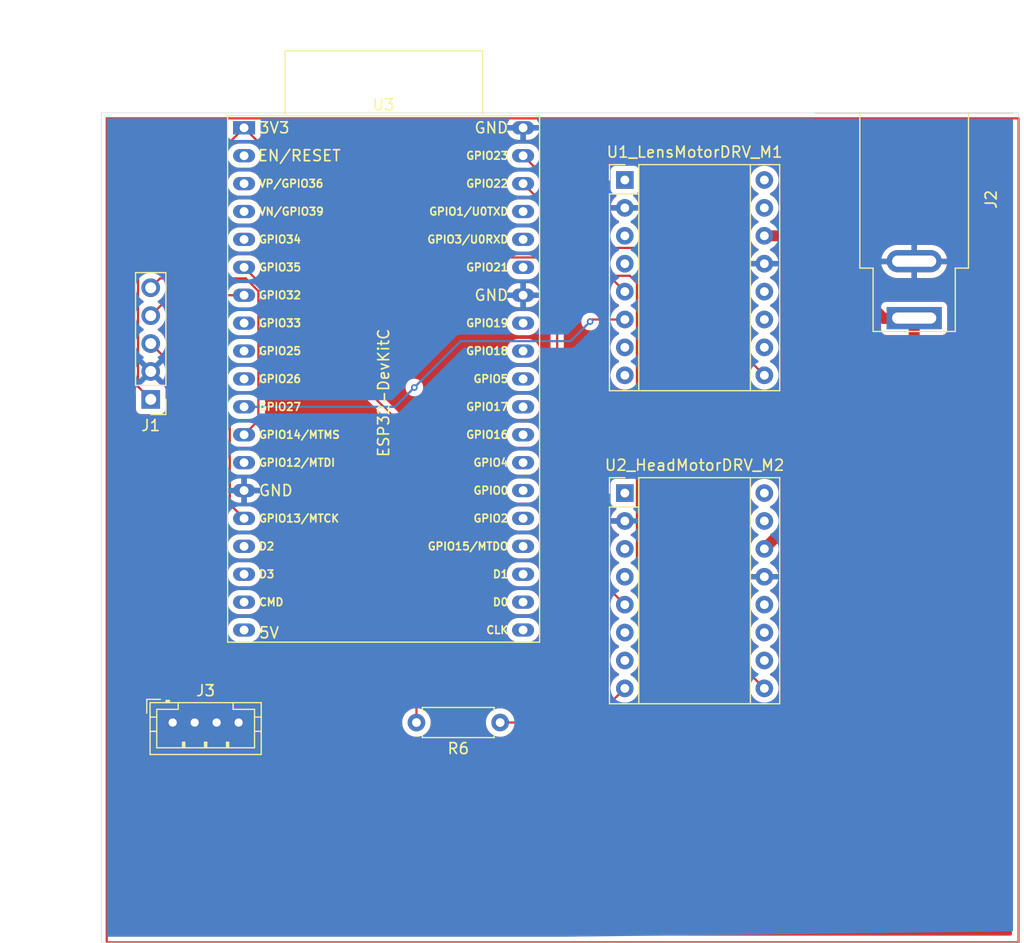
<source format=kicad_pcb>
(kicad_pcb (version 20241229) (generator "pcbnew") (generator_version "9.0")
  (layers (0 "F.Cu" signal) (2 "B.Cu" signal) (13 "F.Paste" user) (15 "B.Paste" user) (5 "F.SilkS" user "F.Silkscreen") (7 "B.SilkS" user "B.Silkscreen") (1 "F.Mask" user) (3 "B.Mask" user) (25 "Edge.Cuts" user))
  (net 0 "")
  (net 1 "Net-(J1-STB)")
  (net 3 "+3V3")
  (net 4 "Net-(J1-DIO)")
  (net 7 "GND")
  (net 13 "Net-(J1-CLK)")
  (net 14 "/M2_CS_GPIO34")
  (net 15 "Net-(U2_HeadMotorDRV_M2-CS)")
  (net 16 "/LCD_SCL_GPIO22")
  (net 19 "/M1_FAULT_GPIO23")
  (net 20 "Net-(U1_LensMotorDRV_M1-VREF)")
  (net 23 "Net-(U1_LensMotorDRV_M1-EN{slash}IN1)")
  (net 24 "Net-(U1_LensMotorDRV_M1-PH{slash}IN2)")
  (net 29 "/LCD_SCA_GPIO21")
  (net 32 "+24V")
  (net 34 "Net-(M1_LensMotor1-+)")
  (net 36 "Net-(M1_LensMotor1--)")
  (net 37 "Net-(U1_LensMotorDRV_M1-CS)")
  (net 38 "Net-(U2_HeadMotorDRV_M2-EN{slash}IN1)")
  (net 40 "/M2_FAULT_GPIO27")
  (net 41 "Net-(U2_HeadMotorDRV_M2-PH{slash}IN2)")
  (net 42 "Net-(M2_HeadMotor1-+)")
  (net 43 "Net-(M2_HeadMotor1--)")
  (net 44 "Net-(U2_HeadMotorDRV_M2-VREF)")
  (net 45 "/M1_CS_GPIO35")
  (net 46 "Net-(SW4-A)")
  (net 47 "Net-(SW1-A)")
  (net 48 "Net-(SW2-A)")
  (net 49 "+5V")
  (net 50 "Net-(BZ1-+)")
  (net 51 "Net-(SW3-A)")
  (footprint "PCM_Espressif:ESP32-DevKitC" (layer "F.Cu") (at 115 67.36)
    (property "Reference" "U3" (at 12.7 -2.1 0) (layer "F.SilkS"))
    (property "Value" "ESP32-DevKitC" (at 12.7 24.13 90) (layer "F.SilkS"))
    (fp_line (start -1.5 46.82) (end 26.899999 46.82) (stroke (width 0.12)) (layer "F.SilkS"))
    (fp_line (start -1.499999 -1.1) (end -1.5 46.82) (stroke (width 0.12)) (layer "F.SilkS"))
    (fp_line (start 3.73012 -7.01312) (end 21.71332 -7.01312) (stroke (width 0.12)) (layer "F.SilkS"))
    (fp_line (start 3.73012 -1.12032) (end 3.73012 -7.01312) (stroke (width 0.12)) (layer "F.SilkS"))
    (fp_line (start 21.71332 -7.01312) (end 21.71332 -1.12032) (stroke (width 0.12)) (layer "F.SilkS"))
    (fp_line (start 26.899999 46.82) (end 26.9 -1.1) (stroke (width 0.12)) (layer "F.SilkS"))
    (fp_line (start 26.9 -1.1) (end -1.499999 -1.1) (stroke (width 0.12)) (layer "F.SilkS"))
    (fp_text user "GPIO0" (at 24.13 33.02 0) (layer "F.SilkS") (effects (font (size 0.7 0.7)) (justify right)))
    (fp_text user "GPIO21" (at 24.13 12.7 0) (layer "F.SilkS") (effects (font (size 0.7 0.7)) (justify right)))
    (fp_text user "5V" (at 1.26632 45.97128 0) (layer "F.SilkS") (effects (justify left)))
    (fp_text user "3V3" (at 1.27 0 0) (layer "F.SilkS") (effects (justify left)))
    (fp_text user "GPIO15/MTDO" (at 24.13 38.1 0) (layer "F.SilkS") (effects (font (size 0.7 0.7)) (justify right)))
    (fp_text user "GPIO32" (at 1.27 15.24 0) (layer "F.SilkS") (effects (font (size 0.7 0.7)) (justify left)))
    (fp_text user "GPIO3/U0RXD" (at 24.13 10.16 0) (layer "F.SilkS") (effects (font (size 0.7 0.7)) (justify right)))
    (fp_text user "GPIO27" (at 1.27 25.4 0) (layer "F.SilkS") (effects (font (size 0.7 0.7)) (justify left)))
    (fp_text user "D3" (at 1.27 40.64 0) (layer "F.SilkS") (effects (font (size 0.7 0.7)) (justify left)))
    (fp_text user "GPIO33" (at 1.27 17.78 0) (layer "F.SilkS") (effects (font (size 0.7 0.7)) (justify left)))
    (fp_text user "GPIO18" (at 24.13 20.32 0) (layer "F.SilkS") (effects (font (size 0.7 0.7)) (justify right)))
    (fp_text user "GND" (at 24.13 15.24 0) (layer "F.SilkS") (effects (justify right)))
    (fp_text user "GPIO22" (at 24.13 5.08 0) (layer "F.SilkS") (effects (font (size 0.7 0.7)) (justify right)))
    (fp_text user "VN/GPIO39" (at 1.27 7.62 0) (layer "F.SilkS") (effects (font (size 0.7 0.7)) (justify left)))
    (fp_text user "GPIO1/U0TXD" (at 24.13 7.62 0) (layer "F.SilkS") (effects (font (size 0.7 0.7)) (justify right)))
    (fp_text user "GPIO14/MTMS" (at 1.27 27.94 0) (layer "F.SilkS") (effects (font (size 0.7 0.7)) (justify left)))
    (fp_text user "GPIO34" (at 1.27 10.16 0) (layer "F.SilkS") (effects (font (size 0.7 0.7)) (justify left)))
    (fp_text user "EN/RESET" (at 8.88632 2.53728 0) (layer "F.SilkS") (effects (justify right)))
    (fp_text user "GPIO12/MTDI" (at 1.27 30.48 0) (layer "F.SilkS") (effects (font (size 0.7 0.7)) (justify left)))
    (fp_text user "CMD" (at 1.27 43.18 0) (layer "F.SilkS") (effects (font (size 0.7 0.7)) (justify left)))
    (fp_text user "D2" (at 1.27 38.1 0) (layer "F.SilkS") (effects (font (size 0.7 0.7)) (justify left)))
    (fp_text user "GPIO5" (at 24.13 22.86 0) (layer "F.SilkS") (effects (font (size 0.7 0.7)) (justify right)))
    (fp_text user "GPIO2" (at 24.13 35.56 0) (layer "F.SilkS") (effects (font (size 0.7 0.7)) (justify right)))
    (fp_text user "GND" (at 1.27 33.02 0) (layer "F.SilkS") (effects (justify left)))
    (fp_text user "D0" (at 24.13 43.18 0) (layer "F.SilkS") (effects (font (size 0.7 0.7)) (justify right)))
    (fp_text user "GPIO4" (at 24.13 30.48 0) (layer "F.SilkS") (effects (font (size 0.7 0.7)) (justify right)))
    (fp_text user "GPIO17" (at 24.13 25.4 0) (layer "F.SilkS") (effects (font (size 0.7 0.7)) (justify right)))
    (fp_text user "GND" (at 24.13 0 0) (layer "F.SilkS") (effects (justify right)))
    (fp_text user "GPIO19" (at 24.13 17.78 0) (layer "F.SilkS") (effects (font (size 0.7 0.7)) (justify right)))
    (fp_text user "D1" (at 24.13 40.64 0) (layer "F.SilkS") (effects (font (size 0.7 0.7)) (justify right)))
    (fp_text user "GPIO26" (at 1.27 22.86 0) (layer "F.SilkS") (effects (font (size 0.7 0.7)) (justify left)))
    (fp_text user "CLK" (at 24.13 45.72 0) (layer "F.SilkS") (effects (font (size 0.7 0.7)) (justify right)))
    (fp_text user "GPIO13/MTCK" (at 1.27 35.56 0) (layer "F.SilkS") (effects (font (size 0.7 0.7)) (justify left)))
    (fp_text user "GPIO16" (at 24.13 27.94 0) (layer "F.SilkS") (effects (font (size 0.7 0.7)) (justify right)))
    (fp_text user "GPIO35" (at 1.27 12.7 0) (layer "F.SilkS") (effects (font (size 0.7 0.7)) (justify left)))
    (fp_text user "VP/GPIO36" (at 1.27 5.08 0) (layer "F.SilkS") (effects (font (size 0.7 0.7)) (justify left)))
    (fp_text user "GPIO23" (at 24.13 2.54 0) (layer "F.SilkS") (effects (font (size 0.7 0.7)) (justify right)))
    (fp_text user "GPIO25" (at 1.27 20.32 0) (layer "F.SilkS") (effects (font (size 0.7 0.7)) (justify left)))
    (pad "1" thru_hole rect (at 0 0 270) (size 1.2 2) (drill 0.8) (layers "*.Cu" "*.Mask") (net 3 "+3V3"))
    (pad "2" thru_hole oval (at 0 2.54 270) (size 1.2 2) (drill 0.8) (layers "*.Cu" "*.Mask"))
    (pad "3" thru_hole oval (at 0 5.08 270) (size 1.2 2) (drill 0.8) (layers "*.Cu" "*.Mask"))
    (pad "4" thru_hole oval (at 0 7.62 270) (size 1.2 2) (drill 0.8) (layers "*.Cu" "*.Mask"))
    (pad "5" thru_hole oval (at 0 10.16 270) (size 1.2 2) (drill 0.8) (layers "*.Cu" "*.Mask") (net 45 "/M1_CS_GPIO35"))
    (pad "6" thru_hole oval (at 0 12.7 270) (size 1.2 2) (drill 0.8) (layers "*.Cu" "*.Mask") (net 14 "/M2_CS_GPIO34"))
    (pad "7" thru_hole oval (at 0 15.24 270) (size 1.2 2) (drill 0.8) (layers "*.Cu" "*.Mask") (net 13 "Net-(J1-CLK)"))
    (pad "8" thru_hole oval (at 0 17.78 270) (size 1.2 2) (drill 0.8) (layers "*.Cu" "*.Mask"))
    (pad "9" thru_hole oval (at 0 20.32 270) (size 1.2 2) (drill 0.8) (layers "*.Cu" "*.Mask") (net 47 "Net-(SW1-A)"))
    (pad "10" thru_hole oval (at 0 22.86 270) (size 1.2 2) (drill 0.8) (layers "*.Cu" "*.Mask") (net 48 "Net-(SW2-A)"))
    (pad "11" thru_hole oval (at 0 25.4 270) (size 1.2 2) (drill 0.8) (layers "*.Cu" "*.Mask") (net 40 "/M2_FAULT_GPIO27"))
    (pad "12" thru_hole oval (at 0 27.94 270) (size 1.2 2) (drill 0.8) (layers "*.Cu" "*.Mask") (net 4 "Net-(J1-DIO)"))
    (pad "13" thru_hole oval (at 0 30.48 270) (size 1.2 2) (drill 0.8) (layers "*.Cu" "*.Mask"))
    (pad "14" thru_hole oval (at 0 33.02 270) (size 1.2 2) (drill 0.8) (layers "*.Cu" "*.Mask") (net 7 "GND"))
    (pad "15" thru_hole oval (at 0 35.56 270) (size 1.2 2) (drill 0.8) (layers "*.Cu" "*.Mask") (net 1 "Net-(J1-STB)"))
    (pad "16" thru_hole oval (at 0 38.1 270) (size 1.2 2) (drill 0.8) (layers "*.Cu" "*.Mask"))
    (pad "17" thru_hole oval (at 0 40.64 270) (size 1.2 2) (drill 0.8) (layers "*.Cu" "*.Mask"))
    (pad "18" thru_hole oval (at 0 43.18 270) (size 1.2 2) (drill 0.8) (layers "*.Cu" "*.Mask"))
    (pad "19" thru_hole oval (at 0 45.72 270) (size 1.2 2) (drill 0.8) (layers "*.Cu" "*.Mask") (net 49 "+5V"))
    (pad "20" thru_hole oval (at 25.39632 45.71728 270) (size 1.2 2) (drill 0.8) (layers "*.Cu" "*.Mask"))
    (pad "21" thru_hole oval (at 25.39632 43.17728 270) (size 1.2 2) (drill 0.8) (layers "*.Cu" "*.Mask"))
    (pad "22" thru_hole oval (at 25.4 40.64 270) (size 1.2 2) (drill 0.8) (layers "*.Cu" "*.Mask"))
    (pad "23" thru_hole oval (at 25.4 38.1 270) (size 1.2 2) (drill 0.8) (layers "*.Cu" "*.Mask"))
    (pad "24" thru_hole oval (at 25.4 35.56 270) (size 1.2 2) (drill 0.8) (layers "*.Cu" "*.Mask"))
    (pad "25" thru_hole oval (at 25.4 33.02 270) (size 1.2 2) (drill 0.8) (layers "*.Cu" "*.Mask"))
    (pad "26" thru_hole oval (at 25.4 30.48 270) (size 1.2 2) (drill 0.8) (layers "*.Cu" "*.Mask"))
    (pad "27" thru_hole oval (at 25.4 27.94 270) (size 1.2 2) (drill 0.8) (layers "*.Cu" "*.Mask") (net 50 "Net-(BZ1-+)"))
    (pad "28" thru_hole oval (at 25.4 25.4 270) (size 1.2 2) (drill 0.8) (layers "*.Cu" "*.Mask"))
    (pad "29" thru_hole oval (at 25.4 22.86 270) (size 1.2 2) (drill 0.8) (layers "*.Cu" "*.Mask"))
    (pad "30" thru_hole oval (at 25.4 20.32 270) (size 1.2 2) (drill 0.8) (layers "*.Cu" "*.Mask") (net 51 "Net-(SW3-A)"))
    (pad "31" thru_hole oval (at 25.4 17.78 270) (size 1.2 2) (drill 0.8) (layers "*.Cu" "*.Mask") (net 46 "Net-(SW4-A)"))
    (pad "32" thru_hole oval (at 25.4 15.24 270) (size 1.2 2) (drill 0.8) (layers "*.Cu" "*.Mask") (net 7 "GND"))
    (pad "33" thru_hole oval (at 25.4 12.7 270) (size 1.2 2) (drill 0.8) (layers "*.Cu" "*.Mask") (net 29 "/LCD_SCA_GPIO21"))
    (pad "34" thru_hole oval (at 25.4 10.16 270) (size 1.2 2) (drill 0.8) (layers "*.Cu" "*.Mask"))
    (pad "35" thru_hole oval (at 25.4 7.62 270) (size 1.2 2) (drill 0.8) (layers "*.Cu" "*.Mask"))
    (pad "36" thru_hole oval (at 25.4 5.08 270) (size 1.2 2) (drill 0.8) (layers "*.Cu" "*.Mask") (net 16 "/LCD_SCL_GPIO22"))
    (pad "37" thru_hole oval (at 25.4 2.54 270) (size 1.2 2) (drill 0.8) (layers "*.Cu" "*.Mask") (net 19 "/M1_FAULT_GPIO23"))
    (pad "38" thru_hole oval (at 25.4 0 270) (size 1.2 2) (drill 0.8) (layers "*.Cu" "*.Mask") (net 7 "GND"))
  )
  (footprint "Connector_JST:JST_PH_B4B-PH-K_1x04_P2.00mm_Vertical" (layer "F.Cu") (at 108.5 121.5)
    (property "Reference" "J3" (at 3 -2.9 0) (layer "F.SilkS"))
    (property "Value" "Grove LCD 4 Pin I2C")
    (fp_line (start -2.36 -2.11) (end -2.36 -0.86) (stroke (width 0.12)) (layer "F.SilkS"))
    (fp_line (start -2.06 -1.81) (end -2.06 2.91) (stroke (width 0.12)) (layer "F.SilkS"))
    (fp_line (start -2.06 -0.5) (end -1.45 -0.5) (stroke (width 0.12)) (layer "F.SilkS"))
    (fp_line (start -2.06 0.8) (end -1.45 0.8) (stroke (width 0.12)) (layer "F.SilkS"))
    (fp_line (start -2.06 2.91) (end 8.06 2.91) (stroke (width 0.12)) (layer "F.SilkS"))
    (fp_line (start -1.45 -1.2) (end -1.45 2.3) (stroke (width 0.12)) (layer "F.SilkS"))
    (fp_line (start -1.45 2.3) (end 7.45 2.3) (stroke (width 0.12)) (layer "F.SilkS"))
    (fp_line (start -1.11 -2.11) (end -2.36 -2.11) (stroke (width 0.12)) (layer "F.SilkS"))
    (fp_line (start -0.6 -2.01) (end -0.6 -1.81) (stroke (width 0.12)) (layer "F.SilkS"))
    (fp_line (start -0.3 -2.01) (end -0.6 -2.01) (stroke (width 0.12)) (layer "F.SilkS"))
    (fp_line (start -0.3 -1.91) (end -0.6 -1.91) (stroke (width 0.12)) (layer "F.SilkS"))
    (fp_line (start -0.3 -1.81) (end -0.3 -2.01) (stroke (width 0.12)) (layer "F.SilkS"))
    (fp_line (start 0.5 -1.81) (end 0.5 -1.2) (stroke (width 0.12)) (layer "F.SilkS"))
    (fp_line (start 0.5 -1.2) (end -1.45 -1.2) (stroke (width 0.12)) (layer "F.SilkS"))
    (fp_line (start 0.9 1.8) (end 1.1 1.8) (stroke (width 0.12)) (layer "F.SilkS"))
    (fp_line (start 0.9 2.3) (end 0.9 1.8) (stroke (width 0.12)) (layer "F.SilkS"))
    (fp_line (start 1 2.3) (end 1 1.8) (stroke (width 0.12)) (layer "F.SilkS"))
    (fp_line (start 1.1 1.8) (end 1.1 2.3) (stroke (width 0.12)) (layer "F.SilkS"))
    (fp_line (start 2.9 1.8) (end 3.1 1.8) (stroke (width 0.12)) (layer "F.SilkS"))
    (fp_line (start 2.9 2.3) (end 2.9 1.8) (stroke (width 0.12)) (layer "F.SilkS"))
    (fp_line (start 3 2.3) (end 3 1.8) (stroke (width 0.12)) (layer "F.SilkS"))
    (fp_line (start 3.1 1.8) (end 3.1 2.3) (stroke (width 0.12)) (layer "F.SilkS"))
    (fp_line (start 4.9 1.8) (end 5.1 1.8) (stroke (width 0.12)) (layer "F.SilkS"))
    (fp_line (start 4.9 2.3) (end 4.9 1.8) (stroke (width 0.12)) (layer "F.SilkS"))
    (fp_line (start 5 2.3) (end 5 1.8) (stroke (width 0.12)) (layer "F.SilkS"))
    (fp_line (start 5.1 1.8) (end 5.1 2.3) (stroke (width 0.12)) (layer "F.SilkS"))
    (fp_line (start 5.5 -1.2) (end 5.5 -1.81) (stroke (width 0.12)) (layer "F.SilkS"))
    (fp_line (start 7.45 -1.2) (end 5.5 -1.2) (stroke (width 0.12)) (layer "F.SilkS"))
    (fp_line (start 7.45 2.3) (end 7.45 -1.2) (stroke (width 0.12)) (layer "F.SilkS"))
    (fp_line (start 8.06 -1.81) (end -2.06 -1.81) (stroke (width 0.12)) (layer "F.SilkS"))
    (fp_line (start 8.06 -0.5) (end 7.45 -0.5) (stroke (width 0.12)) (layer "F.SilkS"))
    (fp_line (start 8.06 0.8) (end 7.45 0.8) (stroke (width 0.12)) (layer "F.SilkS"))
    (fp_line (start 8.06 2.91) (end 8.06 -1.81) (stroke (width 0.12)) (layer "F.SilkS"))
    (pad "1" thru_hole roundrect (at 0 0) (size 1.2 1.75) (drill 0.75) (layers "*.Cu" "*.Mask") (roundrect_rratio 0.208333) (net 16 "/LCD_SCL_GPIO22"))
    (pad "2" thru_hole oval (at 2 0) (size 1.2 1.75) (drill 0.75) (layers "*.Cu" "*.Mask") (net 29 "/LCD_SCA_GPIO21"))
    (pad "3" thru_hole oval (at 4 0) (size 1.2 1.75) (drill 0.75) (layers "*.Cu" "*.Mask") (net 49 "+5V"))
    (pad "4" thru_hole oval (at 6 0) (size 1.2 1.75) (drill 0.75) (layers "*.Cu" "*.Mask") (net 7 "GND"))
  )
  (footprint "Resistor_THT:R_Axial_DIN0207_L6.3mm_D2.5mm_P7.62mm_Horizontal" (layer "F.Cu") (at 138.31 121.5 180)
    (property "Reference" "R6" (at 3.81 -2.37 0) (layer "F.SilkS"))
    (property "Value" "1k")
    (fp_line (start 7.08 1.37) (end 7.08 1.04) (stroke (width 0.12)) (layer "F.SilkS"))
    (fp_line (start 7.08 -1.37) (end 7.08 -1.04) (stroke (width 0.12)) (layer "F.SilkS"))
    (fp_line (start 0.54 1.37) (end 7.08 1.37) (stroke (width 0.12)) (layer "F.SilkS"))
    (fp_line (start 0.54 1.04) (end 0.54 1.37) (stroke (width 0.12)) (layer "F.SilkS"))
    (fp_line (start 0.54 -1.04) (end 0.54 -1.37) (stroke (width 0.12)) (layer "F.SilkS"))
    (fp_line (start 0.54 -1.37) (end 7.08 -1.37) (stroke (width 0.12)) (layer "F.SilkS"))
    (pad "1" thru_hole circle (at 0 0 180) (size 1.6 1.6) (drill 0.8) (layers "*.Cu" "*.Mask") (net 15 "Net-(U2_HeadMotorDRV_M2-CS)"))
    (pad "2" thru_hole circle (at 7.62 0 180) (size 1.6 1.6) (drill 0.8) (layers "*.Cu" "*.Mask") (net 14 "/M2_CS_GPIO34"))
  )
  (footprint "Connector_BarrelJack:BarrelJack_SwitchcraftConxall_RAPC10U_Horizontal" (layer "F.Cu") (at 176 84.68 -90)
    (property "Reference" "J2" (at -10.8 -7 90) (layer "F.SilkS"))
    (property "Value" "Barrel_Jack")
    (fp_line (start -18.55 4.945) (end -4.55 4.945) (stroke (width 0.12)) (layer "F.SilkS"))
    (fp_line (start -4.55 4.945) (end -4.55 3.74) (stroke (width 0.12)) (layer "F.SilkS"))
    (fp_line (start -4.55 3.74) (end 1.22 3.74) (stroke (width 0.12)) (layer "F.SilkS"))
    (fp_line (start 1.22 3.74) (end 1.22 -3.74) (stroke (width 0.12)) (layer "F.SilkS"))
    (fp_line (start -4.55 -3.74) (end -4.55 -4.945) (stroke (width 0.12)) (layer "F.SilkS"))
    (fp_line (start 1.22 -3.74) (end -4.55 -3.74) (stroke (width 0.12)) (layer "F.SilkS"))
    (fp_line (start -4.55 -4.945) (end -18.55 -4.945) (stroke (width 0.12)) (layer "F.SilkS"))
    (fp_line (start -18.67 -9) (end -18.67 9) (stroke (width 0.12)) (layer "Edge.Cuts"))
    (pad "1" thru_hole rect (at 0 0 270) (size 2.02 5.02) (drill oval 1.02 4.02) (layers "*.Cu" "*.Mask") (net 32 "+24V"))
    (pad "2" thru_hole oval (at -5.18 0 270) (size 2.02 5.02) (drill oval 1.02 4.02) (layers "*.Cu" "*.Mask") (net 7 "GND"))
  )
  (footprint "Module:Pololu_Breakout-16_15.2x20.3mm" (layer "F.Cu") (at 149.66 72.11)
    (property "Reference" "U1_LensMotorDRV_M1" (at 6.35 -2.54 0) (layer "F.SilkS"))
    (property "Value" "Pololu 4035 DRV8874 Carrier")
    (fp_line (start -1.4 -1.4) (end -1.4 0) (stroke (width 0.12)) (layer "F.SilkS"))
    (fp_line (start -1.4 1.27) (end -1.4 19.18) (stroke (width 0.12)) (layer "F.SilkS"))
    (fp_line (start -1.4 19.18) (end 14.1 19.18) (stroke (width 0.12)) (layer "F.SilkS"))
    (fp_line (start 0 -1.4) (end -1.4 -1.4) (stroke (width 0.12)) (layer "F.SilkS"))
    (fp_line (start 1.27 -1.4) (end 1.27 1.27) (stroke (width 0.12)) (layer "F.SilkS"))
    (fp_line (start 1.27 1.27) (end -1.4 1.27) (stroke (width 0.12)) (layer "F.SilkS"))
    (fp_line (start 1.27 1.27) (end 1.27 19.18) (stroke (width 0.12)) (layer "F.SilkS"))
    (fp_line (start 11.43 -1.4) (end 11.43 19.18) (stroke (width 0.12)) (layer "F.SilkS"))
    (fp_line (start 14.1 -1.4) (end 1.27 -1.4) (stroke (width 0.12)) (layer "F.SilkS"))
    (fp_line (start 14.1 19.18) (end 14.1 -1.4) (stroke (width 0.12)) (layer "F.SilkS"))
    (pad "1" thru_hole rect (at 0 0) (size 1.6 1.6) (drill 0.8) (layers "*.Cu" "*.Mask"))
    (pad "2" thru_hole oval (at 0 2.54) (size 1.6 1.6) (drill 0.8) (layers "*.Cu" "*.Mask") (net 7 "GND"))
    (pad "3" thru_hole oval (at 0 5.08) (size 1.6 1.6) (drill 0.8) (layers "*.Cu" "*.Mask") (net 23 "Net-(U1_LensMotorDRV_M1-EN{slash}IN1)"))
    (pad "4" thru_hole oval (at 0 7.62) (size 1.6 1.6) (drill 0.8) (layers "*.Cu" "*.Mask") (net 24 "Net-(U1_LensMotorDRV_M1-PH{slash}IN2)"))
    (pad "5" thru_hole oval (at 0 10.16) (size 1.6 1.6) (drill 0.8) (layers "*.Cu" "*.Mask") (net 3 "+3V3"))
    (pad "6" thru_hole oval (at 0 12.7) (size 1.6 1.6) (drill 0.8) (layers "*.Cu" "*.Mask") (net 3 "+3V3"))
    (pad "7" thru_hole oval (at 0 15.24) (size 1.6 1.6) (drill 0.8) (layers "*.Cu" "*.Mask") (net 20 "Net-(U1_LensMotorDRV_M1-VREF)"))
    (pad "8" thru_hole oval (at 0 17.78) (size 1.6 1.6) (drill 0.8) (layers "*.Cu" "*.Mask") (net 37 "Net-(U1_LensMotorDRV_M1-CS)"))
    (pad "9" thru_hole oval (at 12.7 17.78) (size 1.6 1.6) (drill 0.8) (layers "*.Cu" "*.Mask") (net 19 "/M1_FAULT_GPIO23"))
    (pad "10" thru_hole oval (at 12.7 15.24) (size 1.6 1.6) (drill 0.8) (layers "*.Cu" "*.Mask") (net 7 "GND"))
    (pad "11" thru_hole oval (at 12.7 12.7) (size 1.6 1.6) (drill 0.8) (layers "*.Cu" "*.Mask") (net 36 "Net-(M1_LensMotor1--)"))
    (pad "12" thru_hole oval (at 12.7 10.16) (size 1.6 1.6) (drill 0.8) (layers "*.Cu" "*.Mask") (net 34 "Net-(M1_LensMotor1-+)"))
    (pad "13" thru_hole oval (at 12.7 7.62) (size 1.6 1.6) (drill 0.8) (layers "*.Cu" "*.Mask") (net 7 "GND"))
    (pad "14" thru_hole oval (at 12.7 5.08) (size 1.6 1.6) (drill 0.8) (layers "*.Cu" "*.Mask") (net 32 "+24V"))
    (pad "15" thru_hole oval (at 12.7 2.54) (size 1.6 1.6) (drill 0.8) (layers "*.Cu" "*.Mask"))
    (pad "16" thru_hole oval (at 12.7 0) (size 1.6 1.6) (drill 0.8) (layers "*.Cu" "*.Mask"))
  )
  (footprint "Module:Pololu_Breakout-16_15.2x20.3mm" (layer "F.Cu") (at 149.66 100.61)
    (property "Reference" "U2_HeadMotorDRV_M2" (at 6.35 -2.54 0) (layer "F.SilkS"))
    (property "Value" "Pololu 4035 DRV8874 Carrier")
    (fp_line (start -1.4 -1.4) (end -1.4 0) (stroke (width 0.12)) (layer "F.SilkS"))
    (fp_line (start -1.4 1.27) (end -1.4 19.18) (stroke (width 0.12)) (layer "F.SilkS"))
    (fp_line (start -1.4 19.18) (end 14.1 19.18) (stroke (width 0.12)) (layer "F.SilkS"))
    (fp_line (start 0 -1.4) (end -1.4 -1.4) (stroke (width 0.12)) (layer "F.SilkS"))
    (fp_line (start 1.27 -1.4) (end 1.27 1.27) (stroke (width 0.12)) (layer "F.SilkS"))
    (fp_line (start 1.27 1.27) (end -1.4 1.27) (stroke (width 0.12)) (layer "F.SilkS"))
    (fp_line (start 1.27 1.27) (end 1.27 19.18) (stroke (width 0.12)) (layer "F.SilkS"))
    (fp_line (start 11.43 -1.4) (end 11.43 19.18) (stroke (width 0.12)) (layer "F.SilkS"))
    (fp_line (start 14.1 -1.4) (end 1.27 -1.4) (stroke (width 0.12)) (layer "F.SilkS"))
    (fp_line (start 14.1 19.18) (end 14.1 -1.4) (stroke (width 0.12)) (layer "F.SilkS"))
    (pad "1" thru_hole rect (at 0 0) (size 1.6 1.6) (drill 0.8) (layers "*.Cu" "*.Mask"))
    (pad "2" thru_hole oval (at 0 2.54) (size 1.6 1.6) (drill 0.8) (layers "*.Cu" "*.Mask") (net 7 "GND"))
    (pad "3" thru_hole oval (at 0 5.08) (size 1.6 1.6) (drill 0.8) (layers "*.Cu" "*.Mask") (net 38 "Net-(U2_HeadMotorDRV_M2-EN{slash}IN1)"))
    (pad "4" thru_hole oval (at 0 7.62) (size 1.6 1.6) (drill 0.8) (layers "*.Cu" "*.Mask") (net 41 "Net-(U2_HeadMotorDRV_M2-PH{slash}IN2)"))
    (pad "5" thru_hole oval (at 0 10.16) (size 1.6 1.6) (drill 0.8) (layers "*.Cu" "*.Mask") (net 3 "+3V3"))
    (pad "6" thru_hole oval (at 0 12.7) (size 1.6 1.6) (drill 0.8) (layers "*.Cu" "*.Mask") (net 3 "+3V3"))
    (pad "7" thru_hole oval (at 0 15.24) (size 1.6 1.6) (drill 0.8) (layers "*.Cu" "*.Mask") (net 44 "Net-(U2_HeadMotorDRV_M2-VREF)"))
    (pad "8" thru_hole oval (at 0 17.78) (size 1.6 1.6) (drill 0.8) (layers "*.Cu" "*.Mask") (net 15 "Net-(U2_HeadMotorDRV_M2-CS)"))
    (pad "9" thru_hole oval (at 12.7 17.78) (size 1.6 1.6) (drill 0.8) (layers "*.Cu" "*.Mask") (net 40 "/M2_FAULT_GPIO27"))
    (pad "10" thru_hole oval (at 12.7 15.24) (size 1.6 1.6) (drill 0.8) (layers "*.Cu" "*.Mask") (net 7 "GND"))
    (pad "11" thru_hole oval (at 12.7 12.7) (size 1.6 1.6) (drill 0.8) (layers "*.Cu" "*.Mask") (net 43 "Net-(M2_HeadMotor1--)"))
    (pad "12" thru_hole oval (at 12.7 10.16) (size 1.6 1.6) (drill 0.8) (layers "*.Cu" "*.Mask") (net 42 "Net-(M2_HeadMotor1-+)"))
    (pad "13" thru_hole oval (at 12.7 7.62) (size 1.6 1.6) (drill 0.8) (layers "*.Cu" "*.Mask") (net 7 "GND"))
    (pad "14" thru_hole oval (at 12.7 5.08) (size 1.6 1.6) (drill 0.8) (layers "*.Cu" "*.Mask") (net 32 "+24V"))
    (pad "15" thru_hole oval (at 12.7 2.54) (size 1.6 1.6) (drill 0.8) (layers "*.Cu" "*.Mask"))
    (pad "16" thru_hole oval (at 12.7 0) (size 1.6 1.6) (drill 0.8) (layers "*.Cu" "*.Mask"))
  )
  (footprint "Connector_PinHeader_2.54mm:PinHeader_1x05_P2.54mm_Vertical" (layer "F.Cu") (at 106.5 92.08 180)
    (property "Reference" "J1" (at 0 -2.38 0) (layer "F.SilkS"))
    (property "Value" "TM1638 Led&Key Module Connector")
    (fp_line (start 1.38 1.27) (end 1.38 11.54) (stroke (width 0.12)) (layer "F.SilkS"))
    (fp_line (start -1.38 11.54) (end 1.38 11.54) (stroke (width 0.12)) (layer "F.SilkS"))
    (fp_line (start -1.38 1.27) (end 1.38 1.27) (stroke (width 0.12)) (layer "F.SilkS"))
    (fp_line (start -1.38 1.27) (end -1.38 11.54) (stroke (width 0.12)) (layer "F.SilkS"))
    (fp_line (start -1.38 0) (end -1.38 -1.38) (stroke (width 0.12)) (layer "F.SilkS"))
    (fp_line (start -1.38 -1.38) (end 0 -1.38) (stroke (width 0.12)) (layer "F.SilkS"))
    (pad "1" thru_hole rect (at 0 0 180) (size 1.7 1.7) (drill 1) (layers "*.Cu" "*.Mask") (net 3 "+3V3"))
    (pad "2" thru_hole circle (at 0 2.54 180) (size 1.7 1.7) (drill 1) (layers "*.Cu" "*.Mask") (net 7 "GND"))
    (pad "3" thru_hole circle (at 0 5.08 180) (size 1.7 1.7) (drill 1) (layers "*.Cu" "*.Mask") (net 1 "Net-(J1-STB)"))
    (pad "4" thru_hole circle (at 0 7.62 180) (size 1.7 1.7) (drill 1) (layers "*.Cu" "*.Mask") (net 13 "Net-(J1-CLK)"))
    (pad "5" thru_hole circle (at 0 10.16 180) (size 1.7 1.7) (drill 1) (layers "*.Cu" "*.Mask") (net 4 "Net-(J1-DIO)"))
  )
  (gr_rect (start 102.5 66.5) (end 185.5 141.5) (stroke (width 0.2)) (fill no) (layer "F.Cu"))
  (gr_rect (start 102 66) (end 185.5 141.5) (stroke (width 0.05)) (fill no) (layer "Edge.Cuts"))
  (gr_text "This is just not ready, not even WIP as using a perfboard now" (at 107 137 0) (layer "B.Cu" knockout) (effects (font (size 1.5 1.5) (thickness 0.3) (bold yes)) (justify left bottom)))
  (segment (start 150.761 106.791) (end 150.761 81.47595) (width 0.2) (layer "F.Cu") (net 0))
  (segment (start 150.11605 80.831) (end 148.791 80.831) (width 0.2) (layer "F.Cu") (net 0))
  (segment (start 148.791 80.831) (end 140.4 72.44) (width 0.2) (layer "F.Cu") (net 0))
  (segment (start 150.761 81.47595) (end 150.11605 80.831) (width 0.2) (layer "F.Cu") (net 0))
  (segment (start 162.36 118.39) (end 150.761 106.791) (width 0.2) (layer "F.Cu") (net 0))
  (segment (start 106.5 87) (end 113.699 94.199) (width 0.2) (layer "F.Cu") (net 1))
  (segment (start 113.699 101.619) (end 115 102.92) (width 0.2) (layer "F.Cu") (net 1))
  (segment (start 113.699 94.199) (end 113.699 101.619) (width 0.2) (layer "F.Cu") (net 1))
  (segment (start 105.349 90.929) (end 105.349 77.011) (width 0.2) (layer "F.Cu") (net 3))
  (segment (start 126.799 79.159) (end 115 67.36) (width 0.2) (layer "F.Cu") (net 3))
  (segment (start 143.5 104.61) (end 143.5 79.159) (width 0.2) (layer "F.Cu") (net 3))
  (segment (start 106.5 92.08) (end 105.349 90.929) (width 0.2) (layer "F.Cu") (net 3))
  (segment (start 146.69 84.81) (end 146.5 85) (width 0.2) (layer "F.Cu") (net 3))
  (segment (start 146.549 79.159) (end 143.5 79.159) (width 0.2) (layer "F.Cu") (net 3))
  (segment (start 143.5 79.159) (end 126.799 79.159) (width 0.2) (layer "F.Cu") (net 3))
  (segment (start 149.66 84.81) (end 146.69 84.81) (width 0.2) (layer "F.Cu") (net 3))
  (segment (start 149.66 110.77) (end 143.5 104.61) (width 0.2) (layer "F.Cu") (net 3))
  (segment (start 149.66 82.27) (end 146.549 79.159) (width 0.2) (layer "F.Cu") (net 3))
  (segment (start 105.349 77.011) (end 115 67.36) (width 0.2) (layer "F.Cu") (net 3))
  (segment (start 130.621 91.121) (end 130.5 91) (width 0.2) (layer "F.Cu") (net 3))
  (via (at 130.5 91) (size 0.6) (drill 0.3) (layers "F.Cu" "B.Cu") (net 3))
  (via (at 146.5 85) (size 0.6) (drill 0.3) (layers "F.Cu" "B.Cu") (net 3))
  (segment (start 144.721 86.779) (end 134.721 86.779) (width 0.2) (layer "B.Cu") (net 3))
  (segment (start 130.5 91) (end 128.74 92.76) (width 0.2) (layer "B.Cu") (net 3))
  (segment (start 128.74 92.76) (end 115 92.76) (width 0.2) (layer "B.Cu") (net 3))
  (segment (start 146.5 85) (end 144.721 86.779) (width 0.2) (layer "B.Cu") (net 3))
  (segment (start 134.721 86.779) (end 130.5 91) (width 0.2) (layer "B.Cu") (net 3))
  (segment (start 116.301 82.226794) (end 116.301 93.999) (width 0.2) (layer "F.Cu") (net 4))
  (segment (start 115.144206 81.07) (end 116.301 82.226794) (width 0.2) (layer "F.Cu") (net 4))
  (segment (start 116.301 93.999) (end 115 95.3) (width 0.2) (layer "F.Cu") (net 4))
  (segment (start 106.5 81.92) (end 107.35 81.07) (width 0.2) (layer "F.Cu") (net 4))
  (segment (start 107.35 81.07) (end 115.144206 81.07) (width 0.2) (layer "F.Cu") (net 4))
  (segment (start 106.5 84.46) (end 108.36 82.6) (width 0.2) (layer "F.Cu") (net 13))
  (segment (start 108.36 82.6) (end 115 82.6) (width 0.2) (layer "F.Cu") (net 13))
  (segment (start 130.69 121.5) (end 130.69 95.75) (width 0.2) (layer "F.Cu") (net 14))
  (segment (start 130.69 95.75) (end 115 80.06) (width 0.2) (layer "F.Cu") (net 14))
  (segment (start 146.55 121.5) (end 149.66 118.39) (width 0.2) (layer "F.Cu") (net 15))
  (segment (start 138.31 121.5) (end 146.55 121.5) (width 0.2) (layer "F.Cu") (net 15))
  (segment (start 148.791 78.291) (end 140.4 69.9) (width 0.2) (layer "F.Cu") (net 19))
  (segment (start 150.761 78.291) (end 148.791 78.291) (width 0.2) (layer "F.Cu") (net 19))
  (segment (start 162.36 89.89) (end 150.761 78.291) (width 0.2) (layer "F.Cu") (net 19))
  (segment (start 176 84.71) (end 176.401 85.111) (width 0.2) (layer "F.Cu") (net 32))
  (segment (start 176 92.05) (end 176 84.71) (width 1) (layer "F.Cu") (net 32))
  (segment (start 165.69 77.19) (end 173.21 84.71) (width 1) (layer "F.Cu") (net 32))
  (segment (start 162.36 105.69) (end 176 92.05) (width 1) (layer "F.Cu") (net 32))
  (segment (start 162.36 77.19) (end 165.69 77.19) (width 1) (layer "F.Cu") (net 32))
  (segment (start 173.21 84.71) (end 176 84.71) (width 1) (layer "F.Cu") (net 32))
  (zone (net 7) (net_name "GND") (layer "F.Cu") (priority 1) (connect_pads (clearance 0.5)) (min_thickness 0.25) (fill yes (thermal_gap 0.5) (thermal_bridge_width 0.5))
    (polygon (pts (xy 102.5 66.5) (xy 185.5 66.5) (xy 185.5 141.5) (xy 102.5 141.5)))
  )
  (zone (net 7) (net_name "GND") (layer "B.Cu") (connect_pads (clearance 0.5)) (min_thickness 0.25) (fill yes (thermal_gap 0.5) (thermal_bridge_width 0.5))
    (polygon (pts (xy 102 66) (xy 185.5 66) (xy 186 140.5) (xy 102 141.5)))
  )
)
</source>
